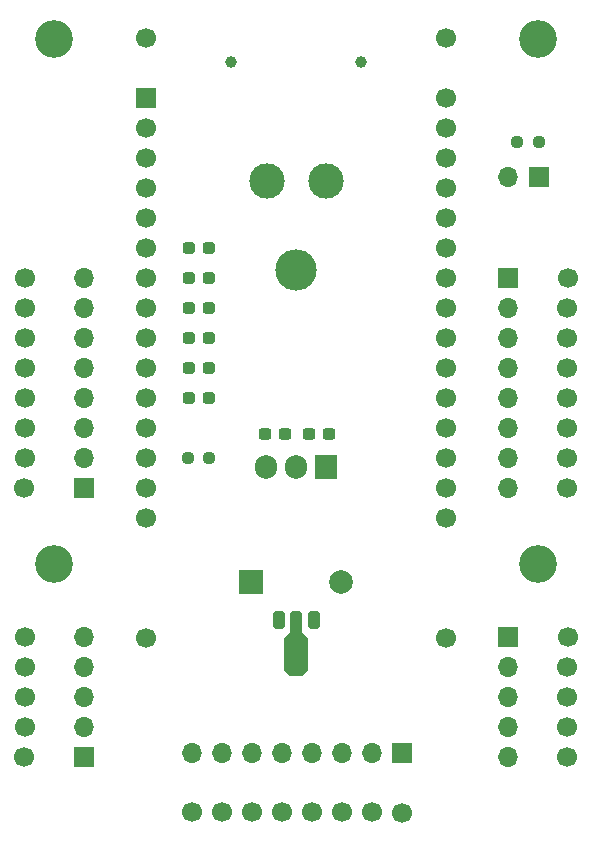
<source format=gbr>
%TF.GenerationSoftware,KiCad,Pcbnew,(6.0.7)*%
%TF.CreationDate,2022-11-12T16:10:30-08:00*%
%TF.ProjectId,Cublic,4375626c-6963-42e6-9b69-6361645f7063,rev?*%
%TF.SameCoordinates,Original*%
%TF.FileFunction,Soldermask,Top*%
%TF.FilePolarity,Negative*%
%FSLAX46Y46*%
G04 Gerber Fmt 4.6, Leading zero omitted, Abs format (unit mm)*
G04 Created by KiCad (PCBNEW (6.0.7)) date 2022-11-12 16:10:30*
%MOMM*%
%LPD*%
G01*
G04 APERTURE LIST*
G04 Aperture macros list*
%AMRoundRect*
0 Rectangle with rounded corners*
0 $1 Rounding radius*
0 $2 $3 $4 $5 $6 $7 $8 $9 X,Y pos of 4 corners*
0 Add a 4 corners polygon primitive as box body*
4,1,4,$2,$3,$4,$5,$6,$7,$8,$9,$2,$3,0*
0 Add four circle primitives for the rounded corners*
1,1,$1+$1,$2,$3*
1,1,$1+$1,$4,$5*
1,1,$1+$1,$6,$7*
1,1,$1+$1,$8,$9*
0 Add four rect primitives between the rounded corners*
20,1,$1+$1,$2,$3,$4,$5,0*
20,1,$1+$1,$4,$5,$6,$7,0*
20,1,$1+$1,$6,$7,$8,$9,0*
20,1,$1+$1,$8,$9,$2,$3,0*%
G04 Aperture macros list end*
%ADD10RoundRect,0.250000X0.250000X0.500000X-0.250000X0.500000X-0.250000X-0.500000X0.250000X-0.500000X0*%
%ADD11R,1.700000X1.700000*%
%ADD12O,1.700000X1.700000*%
%ADD13RoundRect,0.237500X-0.250000X-0.237500X0.250000X-0.237500X0.250000X0.237500X-0.250000X0.237500X0*%
%ADD14RoundRect,0.237500X-0.287500X-0.237500X0.287500X-0.237500X0.287500X0.237500X-0.287500X0.237500X0*%
%ADD15C,3.200000*%
%ADD16C,1.700000*%
%ADD17RoundRect,0.237500X-0.300000X-0.237500X0.300000X-0.237500X0.300000X0.237500X-0.300000X0.237500X0*%
%ADD18RoundRect,0.237500X0.300000X0.237500X-0.300000X0.237500X-0.300000X-0.237500X0.300000X-0.237500X0*%
%ADD19O,3.500000X3.500000*%
%ADD20R,1.905000X2.000000*%
%ADD21O,1.905000X2.000000*%
%ADD22R,2.000000X2.000000*%
%ADD23C,2.000000*%
%ADD24C,1.000000*%
%ADD25C,3.000000*%
G04 APERTURE END LIST*
%TO.C,Q1*%
G36*
X500000Y-54751034D02*
G01*
X1000000Y-55251034D01*
X1000000Y-57951034D01*
X500000Y-58451034D01*
X-500000Y-58451034D01*
X-1000000Y-57951034D01*
X-1000000Y-55251034D01*
X-500000Y-54751034D01*
X-500000Y-54201034D01*
X500000Y-54201034D01*
X500000Y-54751034D01*
G37*
%TD*%
D10*
%TO.C,Q1*%
X-1500000Y-53700000D03*
X1500000Y-53700000D03*
X0Y-53700000D03*
%TD*%
D11*
%TO.C,SW1*%
X20575000Y-16200000D03*
D12*
X17960000Y-16200000D03*
%TD*%
D13*
%TO.C,R9*%
X18687500Y-13200000D03*
X20512500Y-13200000D03*
%TD*%
D14*
%TO.C,D3*%
X-9125000Y-32360000D03*
X-7375000Y-32360000D03*
%TD*%
D13*
%TO.C,R19*%
X-9207500Y-40000000D03*
X-7382500Y-40000000D03*
%TD*%
D15*
%TO.C,H1*%
X20500000Y-4500000D03*
%TD*%
D16*
%TO.C,U3*%
X22960000Y-34922500D03*
X22960000Y-27302500D03*
X22960000Y-37462500D03*
X22960000Y-40002500D03*
X22960000Y-42542500D03*
X22960000Y-29842500D03*
X23040000Y-24762500D03*
X22960000Y-32382500D03*
D11*
X17960000Y-24762500D03*
D12*
X17960000Y-27302500D03*
X17960000Y-29842500D03*
X17960000Y-32382500D03*
X17960000Y-34922500D03*
X17960000Y-37462500D03*
X17960000Y-40002500D03*
X17960000Y-42542500D03*
%TD*%
D17*
%TO.C,C2*%
X-2662500Y-38000000D03*
X-937500Y-38000000D03*
%TD*%
D14*
%TO.C,D6*%
X-9125000Y-34900000D03*
X-7375000Y-34900000D03*
%TD*%
%TO.C,D5*%
X-9125000Y-29820000D03*
X-7375000Y-29820000D03*
%TD*%
D16*
%TO.C,U1*%
X-22960000Y-34886000D03*
X-23040000Y-42506000D03*
X-22960000Y-24726000D03*
X-22960000Y-27266000D03*
X-22960000Y-39966000D03*
X-22960000Y-32346000D03*
X-22960000Y-29806000D03*
X-22960000Y-37426000D03*
D11*
X-17960000Y-42506000D03*
D12*
X-17960000Y-39966000D03*
X-17960000Y-37426000D03*
X-17960000Y-34886000D03*
X-17960000Y-32346000D03*
X-17960000Y-29806000D03*
X-17960000Y-27266000D03*
X-17960000Y-24726000D03*
%TD*%
D18*
%TO.C,C1*%
X2762500Y-38000000D03*
X1037500Y-38000000D03*
%TD*%
D16*
%TO.C,U5*%
X-12700000Y-4420000D03*
X12700000Y-55220000D03*
X-12700000Y-55220000D03*
X12700000Y-4420000D03*
D11*
X-12700000Y-9500000D03*
D16*
X-12700000Y-12040000D03*
X-12700000Y-14580000D03*
X-12700000Y-17120000D03*
X-12700000Y-19660000D03*
X-12700000Y-22200000D03*
X-12700000Y-24740000D03*
X-12700000Y-27280000D03*
X-12700000Y-29820000D03*
X-12700000Y-32360000D03*
X-12700000Y-34900000D03*
X-12700000Y-37440000D03*
X-12700000Y-39980000D03*
X-12700000Y-42520000D03*
X-12700000Y-45060000D03*
X12700000Y-9500000D03*
X12700000Y-12040000D03*
X12700000Y-14580000D03*
X12700000Y-17120000D03*
X12700000Y-19660000D03*
X12700000Y-22200000D03*
X12700000Y-24740000D03*
X12700000Y-27280000D03*
X12700000Y-29820000D03*
X12700000Y-32360000D03*
X12700000Y-34900000D03*
X12700000Y-37440000D03*
X12700000Y-39980000D03*
X12700000Y-42520000D03*
X12700000Y-45060000D03*
%TD*%
D12*
%TO.C,U2*%
X-8792500Y-64960000D03*
X-6252500Y-64960000D03*
X-3712500Y-64960000D03*
X-1172500Y-64960000D03*
X1367500Y-64960000D03*
X3907500Y-64960000D03*
X6447500Y-64960000D03*
D11*
X8987500Y-64960000D03*
D16*
X-1172500Y-69960000D03*
X-3712500Y-69960000D03*
X-6252500Y-69960000D03*
X8987500Y-70040000D03*
X3907500Y-69960000D03*
X-8792500Y-69960000D03*
X1367500Y-69960000D03*
X6447500Y-69960000D03*
%TD*%
D14*
%TO.C,D2*%
X-9125000Y-27280000D03*
X-7375000Y-27280000D03*
%TD*%
D12*
%TO.C,U6*%
X17960000Y-65332500D03*
X17960000Y-62792500D03*
X17960000Y-60252500D03*
X17960000Y-57712500D03*
D11*
X17960000Y-55172500D03*
D16*
X23040000Y-55172500D03*
X22960000Y-60252500D03*
X22960000Y-62792500D03*
X22960000Y-57712500D03*
X22960000Y-65332500D03*
%TD*%
D12*
%TO.C,U7*%
X-17960000Y-55167500D03*
X-17960000Y-57707500D03*
X-17960000Y-60247500D03*
X-17960000Y-62787500D03*
D11*
X-17960000Y-65327500D03*
D16*
X-22960000Y-57707500D03*
X-22960000Y-60247500D03*
X-22960000Y-55167500D03*
X-22960000Y-62787500D03*
X-23040000Y-65327500D03*
%TD*%
D15*
%TO.C,H3*%
X20500000Y-49000000D03*
%TD*%
D14*
%TO.C,D1*%
X-9125000Y-22200000D03*
X-7375000Y-22200000D03*
%TD*%
D15*
%TO.C,H2*%
X-20500000Y-4500000D03*
%TD*%
D14*
%TO.C,D4*%
X-9125000Y-24740000D03*
X-7375000Y-24740000D03*
%TD*%
D15*
%TO.C,H4*%
X-20500000Y-49000000D03*
%TD*%
D19*
%TO.C,U4*%
X0Y-24070000D03*
D20*
X2540000Y-40730000D03*
D21*
X0Y-40730000D03*
X-2540000Y-40730000D03*
%TD*%
D22*
%TO.C,BZ1*%
X-3800000Y-50500000D03*
D23*
X3800000Y-50500000D03*
%TD*%
D24*
%TO.C,J1*%
X5500000Y-6500000D03*
X-5500000Y-6500000D03*
D25*
X2500000Y-16500000D03*
X-2500000Y-16500000D03*
%TD*%
M02*

</source>
